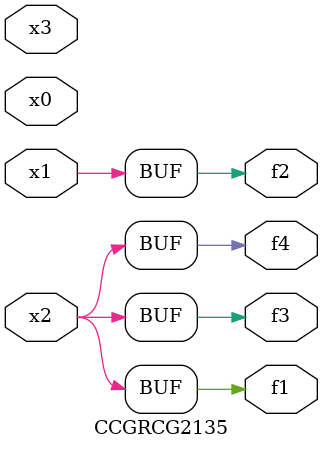
<source format=v>
module CCGRCG2135(
	input x0, x1, x2, x3,
	output f1, f2, f3, f4
);
	assign f1 = x2;
	assign f2 = x1;
	assign f3 = x2;
	assign f4 = x2;
endmodule

</source>
